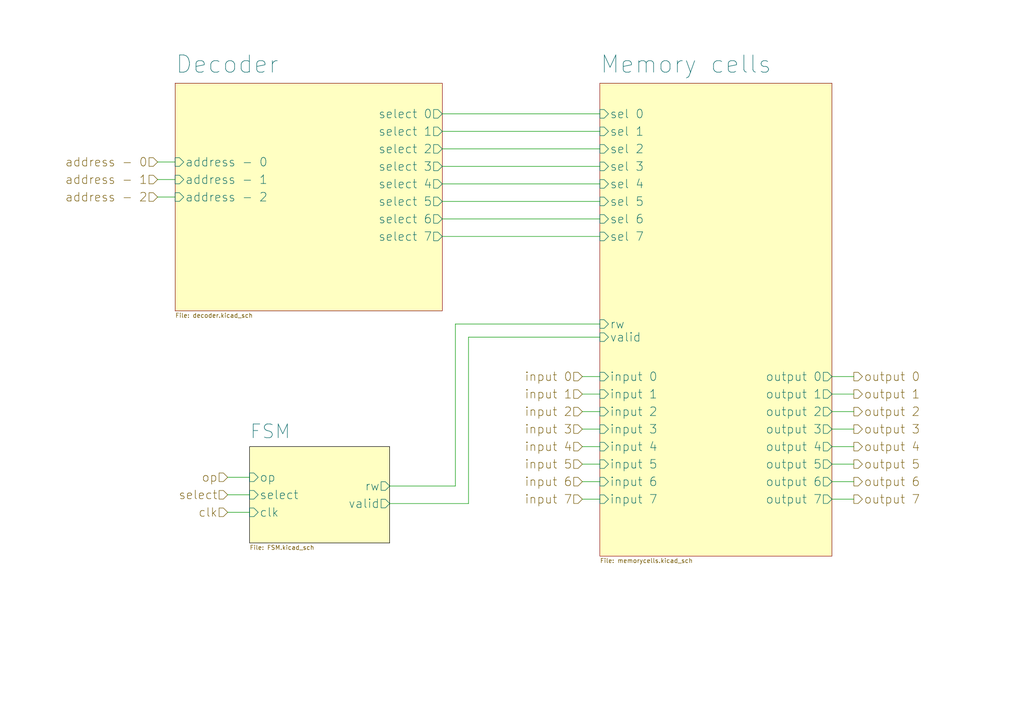
<source format=kicad_sch>
(kicad_sch (version 20230121) (generator eeschema)

  (uuid b5a3a901-500a-4b6c-8057-aea642db800c)

  (paper "A4")

  (lib_symbols
  )


  (wire (pts (xy 45.72 52.07) (xy 50.8 52.07))
    (stroke (width 0) (type default))
    (uuid 07d52da8-81ff-474b-bfbb-4b1e0a9557ac)
  )
  (wire (pts (xy 241.3 134.62) (xy 247.65 134.62))
    (stroke (width 0) (type default))
    (uuid 0dd9115b-b6f8-470e-b67e-bf8cb751845c)
  )
  (wire (pts (xy 113.03 140.97) (xy 132.08 140.97))
    (stroke (width 0) (type default))
    (uuid 14ec7f97-70dc-4349-9125-2e24c4c9d3b3)
  )
  (wire (pts (xy 241.3 139.7) (xy 247.65 139.7))
    (stroke (width 0) (type default))
    (uuid 17722464-da8e-47ca-a45c-4cefe70233c9)
  )
  (wire (pts (xy 241.3 144.78) (xy 247.65 144.78))
    (stroke (width 0) (type default))
    (uuid 1a1198b9-6f2f-414b-b18c-be324fbe15fa)
  )
  (wire (pts (xy 168.91 119.38) (xy 173.99 119.38))
    (stroke (width 0) (type default))
    (uuid 1ccaac8c-e992-4969-b62d-586bd7dda87e)
  )
  (wire (pts (xy 45.72 57.15) (xy 50.8 57.15))
    (stroke (width 0) (type default))
    (uuid 22287349-ddb5-426f-ac77-1d0febc872e2)
  )
  (wire (pts (xy 168.91 109.22) (xy 173.99 109.22))
    (stroke (width 0) (type default))
    (uuid 2bd8ba01-aa54-43ef-8923-1cb1e6ffc7c6)
  )
  (wire (pts (xy 66.04 138.43) (xy 72.39 138.43))
    (stroke (width 0) (type default))
    (uuid 2f79278b-1ab6-4176-9239-6b44e7c39711)
  )
  (wire (pts (xy 132.08 93.98) (xy 173.99 93.98))
    (stroke (width 0) (type default))
    (uuid 30729bdb-f738-4db1-962c-14360f7d7eba)
  )
  (wire (pts (xy 241.3 124.46) (xy 247.65 124.46))
    (stroke (width 0) (type default))
    (uuid 335c0510-6e8e-413a-98b9-f3e1a5602781)
  )
  (wire (pts (xy 241.3 129.54) (xy 247.65 129.54))
    (stroke (width 0) (type default))
    (uuid 46bcb032-375d-49d9-840e-28d832eb4ed3)
  )
  (wire (pts (xy 128.27 33.02) (xy 173.99 33.02))
    (stroke (width 0) (type default))
    (uuid 46c686af-0a7a-4eda-a7d7-c0f0e7c7b11a)
  )
  (wire (pts (xy 128.27 48.26) (xy 173.99 48.26))
    (stroke (width 0) (type default))
    (uuid 51e1217c-8fa1-4db3-bdad-55519914472c)
  )
  (wire (pts (xy 241.3 114.3) (xy 247.65 114.3))
    (stroke (width 0) (type default))
    (uuid 626bd53c-9f42-49eb-86fd-1bf0820da0d7)
  )
  (wire (pts (xy 128.27 43.18) (xy 173.99 43.18))
    (stroke (width 0) (type default))
    (uuid 651e4f39-a103-4c22-b4d6-9011e678621d)
  )
  (wire (pts (xy 128.27 38.1) (xy 173.99 38.1))
    (stroke (width 0) (type default))
    (uuid 760892e8-5b66-4c10-97a9-e1156dd5d643)
  )
  (wire (pts (xy 135.89 97.79) (xy 173.99 97.79))
    (stroke (width 0) (type default))
    (uuid 81cb918b-9d10-490e-a494-f18c3fd60f14)
  )
  (wire (pts (xy 113.03 146.05) (xy 135.89 146.05))
    (stroke (width 0) (type default))
    (uuid 830ac8cf-a721-42e4-b460-815dfa8cc077)
  )
  (wire (pts (xy 168.91 139.7) (xy 173.99 139.7))
    (stroke (width 0) (type default))
    (uuid 84f350f3-c200-42bd-a142-ca18b9e7879c)
  )
  (wire (pts (xy 128.27 53.34) (xy 173.99 53.34))
    (stroke (width 0) (type default))
    (uuid 9f09ae16-02b3-4ef3-971f-02f811978bb0)
  )
  (wire (pts (xy 128.27 58.42) (xy 173.99 58.42))
    (stroke (width 0) (type default))
    (uuid a8d56640-0238-4530-bdd4-d28419c54f25)
  )
  (wire (pts (xy 135.89 146.05) (xy 135.89 97.79))
    (stroke (width 0) (type default))
    (uuid c351c498-3f6d-4037-a160-989f13d03b7e)
  )
  (wire (pts (xy 168.91 144.78) (xy 173.99 144.78))
    (stroke (width 0) (type default))
    (uuid c42dfe19-b4d2-4cde-9ab4-80e6a7d47ac9)
  )
  (wire (pts (xy 128.27 63.5) (xy 173.99 63.5))
    (stroke (width 0) (type default))
    (uuid cc3b729e-c00c-413d-8e20-5bfffab0d2c2)
  )
  (wire (pts (xy 168.91 124.46) (xy 173.99 124.46))
    (stroke (width 0) (type default))
    (uuid daef52d3-654d-4652-917e-ac6d4cce8480)
  )
  (wire (pts (xy 66.04 143.51) (xy 72.39 143.51))
    (stroke (width 0) (type default))
    (uuid dbef67a3-9533-49cd-bdec-262921eab13f)
  )
  (wire (pts (xy 66.04 148.59) (xy 72.39 148.59))
    (stroke (width 0) (type default))
    (uuid dc6e2a8b-9edb-4d8b-8cb5-a16da4b9a0de)
  )
  (wire (pts (xy 168.91 134.62) (xy 173.99 134.62))
    (stroke (width 0) (type default))
    (uuid df0b5834-5410-46be-b227-a5f40fe0ad4d)
  )
  (wire (pts (xy 45.72 46.99) (xy 50.8 46.99))
    (stroke (width 0) (type default))
    (uuid dffa81ab-3a02-4385-95b4-d76ddabe7a30)
  )
  (wire (pts (xy 128.27 68.58) (xy 173.99 68.58))
    (stroke (width 0) (type default))
    (uuid e5a64ca7-74fb-484d-8c83-d1c2d64d1368)
  )
  (wire (pts (xy 132.08 140.97) (xy 132.08 93.98))
    (stroke (width 0) (type default))
    (uuid e710340c-37fa-4efd-b328-7df17018293d)
  )
  (wire (pts (xy 241.3 109.22) (xy 247.65 109.22))
    (stroke (width 0) (type default))
    (uuid e8c115fd-69bd-4003-869f-26723cd60980)
  )
  (wire (pts (xy 168.91 129.54) (xy 173.99 129.54))
    (stroke (width 0) (type default))
    (uuid ebb95101-adbf-47ac-b52f-bb2ff111b394)
  )
  (wire (pts (xy 241.3 119.38) (xy 247.65 119.38))
    (stroke (width 0) (type default))
    (uuid ed971fed-3f34-4c3a-8bbe-627de294f065)
  )
  (wire (pts (xy 168.91 114.3) (xy 173.99 114.3))
    (stroke (width 0) (type default))
    (uuid f391ba8d-c9c3-4916-a704-74b4c53111d2)
  )

  (hierarchical_label "input 7" (shape input) (at 168.91 144.78 180) (fields_autoplaced)
    (effects (font (size 2.5 2.5)) (justify right))
    (uuid 04ebd21e-50dc-4262-9f7d-e066870e0ed0)
  )
  (hierarchical_label "select" (shape input) (at 66.04 143.51 180) (fields_autoplaced)
    (effects (font (size 2.5 2.5)) (justify right))
    (uuid 065e84b5-5922-4bc8-96d5-877fc4b9d31b)
  )
  (hierarchical_label "input 2" (shape input) (at 168.91 119.38 180) (fields_autoplaced)
    (effects (font (size 2.5 2.5)) (justify right))
    (uuid 0cfe1a27-1e89-4713-aa61-9569dfc03fbd)
  )
  (hierarchical_label "output 3" (shape output) (at 247.65 124.46 0) (fields_autoplaced)
    (effects (font (size 2.5 2.5)) (justify left))
    (uuid 1e72d8f0-006a-45eb-a9da-927b2a9d3934)
  )
  (hierarchical_label "input 6" (shape input) (at 168.91 139.7 180) (fields_autoplaced)
    (effects (font (size 2.5 2.5)) (justify right))
    (uuid 223af67b-da84-4334-be63-996f94b46a1f)
  )
  (hierarchical_label "op" (shape input) (at 66.04 138.43 180) (fields_autoplaced)
    (effects (font (size 2.5 2.5)) (justify right))
    (uuid 2e2590ae-d51e-446b-bf5d-1fe40ed9ff60)
  )
  (hierarchical_label "output 1" (shape output) (at 247.65 114.3 0) (fields_autoplaced)
    (effects (font (size 2.5 2.5)) (justify left))
    (uuid 3f83ae01-e840-4cf9-96e3-a18401151428)
  )
  (hierarchical_label "clk" (shape input) (at 66.04 148.59 180) (fields_autoplaced)
    (effects (font (size 2.5 2.5)) (justify right))
    (uuid 64ad220c-fe56-485d-a4a6-df63ef363b53)
  )
  (hierarchical_label "input 1" (shape input) (at 168.91 114.3 180) (fields_autoplaced)
    (effects (font (size 2.5 2.5)) (justify right))
    (uuid 6ffccd20-3c8c-499f-aa1f-b854fa121cff)
  )
  (hierarchical_label "output 2" (shape output) (at 247.65 119.38 0) (fields_autoplaced)
    (effects (font (size 2.5 2.5)) (justify left))
    (uuid 740219c2-6971-4e4e-ae7b-9e2e350c9fd1)
  )
  (hierarchical_label "address - 0" (shape input) (at 45.72 46.99 180) (fields_autoplaced)
    (effects (font (size 2.5 2.5)) (justify right))
    (uuid 9fd6d165-070b-4b15-9acf-de210d1cfdad)
  )
  (hierarchical_label "address - 2" (shape input) (at 45.72 57.15 180) (fields_autoplaced)
    (effects (font (size 2.5 2.5)) (justify right))
    (uuid a474b011-5de3-4142-aae7-cf3c5261193a)
  )
  (hierarchical_label "input 0" (shape input) (at 168.91 109.22 180) (fields_autoplaced)
    (effects (font (size 2.5 2.5)) (justify right))
    (uuid a6238b3f-ed78-4fb9-ad55-3113ce19a41e)
  )
  (hierarchical_label "output 5" (shape output) (at 247.65 134.62 0) (fields_autoplaced)
    (effects (font (size 2.5 2.5)) (justify left))
    (uuid ac27e73a-f462-4e59-94eb-8aa63c4cda98)
  )
  (hierarchical_label "output 0" (shape output) (at 247.65 109.22 0) (fields_autoplaced)
    (effects (font (size 2.5 2.5)) (justify left))
    (uuid b1f54117-3555-43ae-9932-b57bb21cfb65)
  )
  (hierarchical_label "input 3" (shape input) (at 168.91 124.46 180) (fields_autoplaced)
    (effects (font (size 2.5 2.5)) (justify right))
    (uuid b9713f09-bec2-49ba-8d51-dc3f24e44732)
  )
  (hierarchical_label "address - 1" (shape input) (at 45.72 52.07 180) (fields_autoplaced)
    (effects (font (size 2.5 2.5)) (justify right))
    (uuid baa75cf8-bf2d-4b69-9b54-ae3c5aecf0b2)
  )
  (hierarchical_label "output 6" (shape output) (at 247.65 139.7 0) (fields_autoplaced)
    (effects (font (size 2.5 2.5)) (justify left))
    (uuid c8858156-d692-435b-bea5-b3ad4e12e45e)
  )
  (hierarchical_label "input 5" (shape input) (at 168.91 134.62 180) (fields_autoplaced)
    (effects (font (size 2.5 2.5)) (justify right))
    (uuid cbfd9e76-b6c6-4c1e-90cb-03c6a937afd7)
  )
  (hierarchical_label "output 4" (shape output) (at 247.65 129.54 0) (fields_autoplaced)
    (effects (font (size 2.5 2.5)) (justify left))
    (uuid d5a906aa-8d4d-4b15-8696-3db160c31b21)
  )
  (hierarchical_label "input 4" (shape input) (at 168.91 129.54 180) (fields_autoplaced)
    (effects (font (size 2.5 2.5)) (justify right))
    (uuid defa40ef-e8c4-49d0-abcc-13fa78b89d29)
  )
  (hierarchical_label "output 7" (shape output) (at 247.65 144.78 0) (fields_autoplaced)
    (effects (font (size 2.5 2.5)) (justify left))
    (uuid eede6a09-6150-4067-bb98-29790faf8523)
  )

  (sheet (at 173.99 24.13) (size 67.31 137.16) (fields_autoplaced)
    (stroke (width 0.1524) (type solid))
    (fill (color 255 255 194 1.0000))
    (uuid 194778c0-121d-4470-a5db-da664793653b)
    (property "Sheetname" "Memory cells" (at 173.99 21.5534 0)
      (effects (font (size 5 5)) (justify left bottom))
    )
    (property "Sheetfile" "memorycells.kicad_sch" (at 173.99 161.8746 0)
      (effects (font (size 1.27 1.27)) (justify left top))
    )
    (pin "sel 0" input (at 173.99 33.02 180)
      (effects (font (size 2.5 2.5)) (justify left))
      (uuid faf3b64d-2d66-49d3-acf4-f1c7e58bf598)
    )
    (pin "sel 1" input (at 173.99 38.1 180)
      (effects (font (size 2.5 2.5)) (justify left))
      (uuid af116338-739f-401c-b9b3-8e32c632c30b)
    )
    (pin "sel 7" input (at 173.99 68.58 180)
      (effects (font (size 2.5 2.5)) (justify left))
      (uuid 850c02dc-d3ae-40e3-8982-da5e7c8a67f4)
    )
    (pin "rw" input (at 173.99 93.98 180)
      (effects (font (size 2.5 2.5)) (justify left))
      (uuid 3fff198d-a4cd-4698-b5d7-f7b449aced2e)
    )
    (pin "sel 2" input (at 173.99 43.18 180)
      (effects (font (size 2.5 2.5)) (justify left))
      (uuid e8bc5699-96e8-46dc-a388-e20cfd0f2e0b)
    )
    (pin "sel 3" input (at 173.99 48.26 180)
      (effects (font (size 2.5 2.5)) (justify left))
      (uuid 0add1319-cf67-4d7a-8ac6-346535f707bc)
    )
    (pin "sel 6" input (at 173.99 63.5 180)
      (effects (font (size 2.5 2.5)) (justify left))
      (uuid f9dba2b4-4d1e-4c17-b60e-d8916395cc7c)
    )
    (pin "sel 5" input (at 173.99 58.42 180)
      (effects (font (size 2.5 2.5)) (justify left))
      (uuid 00778a17-2e16-4cfc-9ae6-6a15fabd37e7)
    )
    (pin "sel 4" input (at 173.99 53.34 180)
      (effects (font (size 2.5 2.5)) (justify left))
      (uuid 28cf402d-a1fd-4f2d-b520-21564419aa25)
    )
    (pin "valid" input (at 173.99 97.79 180)
      (effects (font (size 2.5 2.5)) (justify left))
      (uuid 4134fd06-18bd-44b3-aecc-3e3b9e6e453e)
    )
    (pin "input 1" input (at 173.99 114.3 180)
      (effects (font (size 2.5 2.5)) (justify left))
      (uuid 750ceca9-97e9-4ae4-9fa5-5b6d867605dd)
    )
    (pin "input 7" input (at 173.99 144.78 180)
      (effects (font (size 2.5 2.5)) (justify left))
      (uuid a746450a-e33b-45b9-9a3c-f633b68763e0)
    )
    (pin "input 2" input (at 173.99 119.38 180)
      (effects (font (size 2.5 2.5)) (justify left))
      (uuid 48c860c7-c951-4c49-9406-0013b040b284)
    )
    (pin "input 0" input (at 173.99 109.22 180)
      (effects (font (size 2.5 2.5)) (justify left))
      (uuid 0c21a3fe-8838-4ecc-af25-8464170d4eee)
    )
    (pin "input 4" input (at 173.99 129.54 180)
      (effects (font (size 2.5 2.5)) (justify left))
      (uuid 3a48b929-c828-4fb7-a6a9-2e7adba6c820)
    )
    (pin "input 3" input (at 173.99 124.46 180)
      (effects (font (size 2.5 2.5)) (justify left))
      (uuid ce3e2ec2-a743-480b-81cb-a25858e69903)
    )
    (pin "input 5" input (at 173.99 134.62 180)
      (effects (font (size 2.5 2.5)) (justify left))
      (uuid 2233e68e-c9d4-4f80-804c-f1a1808b9e34)
    )
    (pin "input 6" input (at 173.99 139.7 180)
      (effects (font (size 2.5 2.5)) (justify left))
      (uuid 6abf7e7b-9261-4df6-a1b0-46a3a1dd5ad4)
    )
    (pin "output 1" output (at 241.3 114.3 0)
      (effects (font (size 2.5 2.5)) (justify right))
      (uuid eb5f1a43-e4f3-40dc-bed0-c5fb2f93e71e)
    )
    (pin "output 2" output (at 241.3 119.38 0)
      (effects (font (size 2.5 2.5)) (justify right))
      (uuid b55e442d-5356-495d-b4ee-c74d35aaf899)
    )
    (pin "output 5" output (at 241.3 134.62 0)
      (effects (font (size 2.5 2.5)) (justify right))
      (uuid f1e095c4-7898-48a0-bf29-facc2dd23203)
    )
    (pin "output 3" output (at 241.3 124.46 0)
      (effects (font (size 2.5 2.5)) (justify right))
      (uuid 548543d3-ebc5-40ca-95e7-4fe6a8659cd9)
    )
    (pin "output 4" output (at 241.3 129.54 0)
      (effects (font (size 2.5 2.5)) (justify right))
      (uuid 255edc0f-38ab-4b9b-8eab-20cdcf2fb69e)
    )
    (pin "output 7" output (at 241.3 144.78 0)
      (effects (font (size 2.5 2.5)) (justify right))
      (uuid 2c9faf85-6611-4259-8c58-c7faa9a9cd25)
    )
    (pin "output 6" output (at 241.3 139.7 0)
      (effects (font (size 2.5 2.5)) (justify right))
      (uuid c154dd1d-c6b2-4b51-866f-a00f07341a61)
    )
    (pin "output 0" output (at 241.3 109.22 0)
      (effects (font (size 2.5 2.5)) (justify right))
      (uuid eacabff4-5fdf-4ba6-9b23-5ec7af650dac)
    )
    (instances
      (project "scheme"
        (path "/e68ef4a4-ecbb-47e0-a4bb-374efe814026/6ca7316f-95d4-4f12-9f1b-d33c49389fbd" (page "4"))
      )
    )
  )

  (sheet (at 50.8 24.13) (size 77.47 66.04) (fields_autoplaced)
    (stroke (width 0.1524) (type solid))
    (fill (color 255 255 194 1.0000))
    (uuid 8e14bc84-a656-4ab8-b516-259f2a2dea0b)
    (property "Sheetname" "Decoder" (at 50.8 21.5534 0)
      (effects (font (size 5 5)) (justify left bottom))
    )
    (property "Sheetfile" "decoder.kicad_sch" (at 50.8 90.7546 0)
      (effects (font (size 1.27 1.27)) (justify left top))
    )
    (pin "address - 0" input (at 50.8 46.99 180)
      (effects (font (size 2.5 2.5)) (justify left))
      (uuid 3d22a2cc-5dc1-4f8e-9584-f50fd03cfdfb)
    )
    (pin "address - 1" input (at 50.8 52.07 180)
      (effects (font (size 2.5 2.5)) (justify left))
      (uuid d9132941-dd35-4824-8e72-700dac0276aa)
    )
    (pin "address - 2" input (at 50.8 57.15 180)
      (effects (font (size 2.5 2.5)) (justify left))
      (uuid 23ec3cff-52d0-4bfa-b32e-564f4e60e26f)
    )
    (pin "select 4" output (at 128.27 53.34 0)
      (effects (font (size 2.5 2.5)) (justify right))
      (uuid cfc4938a-0558-4d3b-8d48-cb8c59d5eafe)
    )
    (pin "select 5" output (at 128.27 58.42 0)
      (effects (font (size 2.5 2.5)) (justify right))
      (uuid 22c56f71-aa12-4472-9764-fbab4193da38)
    )
    (pin "select 6" output (at 128.27 63.5 0)
      (effects (font (size 2.5 2.5)) (justify right))
      (uuid 871afb6b-c407-49db-9847-a8c7bd66801d)
    )
    (pin "select 3" output (at 128.27 48.26 0)
      (effects (font (size 2.5 2.5)) (justify right))
      (uuid 0bd99bb3-450f-4a34-87e6-8f712f12dd67)
    )
    (pin "select 2" output (at 128.27 43.18 0)
      (effects (font (size 2.5 2.5)) (justify right))
      (uuid 6b4aace7-1142-410c-88c3-dafb445047fe)
    )
    (pin "select 7" output (at 128.27 68.58 0)
      (effects (font (size 2.5 2.5)) (justify right))
      (uuid 67a4273d-8060-4781-92c1-f104927fc49d)
    )
    (pin "select 1" output (at 128.27 38.1 0)
      (effects (font (size 2.5 2.5)) (justify right))
      (uuid 11a97d2e-4c06-4470-9a2e-60237d3eb86e)
    )
    (pin "select 0" output (at 128.27 33.02 0)
      (effects (font (size 2.5 2.5)) (justify right))
      (uuid 4e371fac-cb5f-49e2-a945-a289c08202ae)
    )
    (instances
      (project "scheme"
        (path "/e68ef4a4-ecbb-47e0-a4bb-374efe814026/6ca7316f-95d4-4f12-9f1b-d33c49389fbd" (page "3"))
      )
    )
  )

  (sheet (at 72.39 129.54) (size 40.64 27.94) (fields_autoplaced)
    (stroke (width 0.1524) (type solid) (color 0 0 0 1))
    (fill (color 255 255 194 1.0000))
    (uuid 93bf3f37-f617-4895-8348-720df0926394)
    (property "Sheetname" "FSM" (at 72.39 127.4634 0)
      (effects (font (size 4 4)) (justify left bottom))
    )
    (property "Sheetfile" "FSM.kicad_sch" (at 72.39 158.0646 0)
      (effects (font (size 1.27 1.27)) (justify left top))
    )
    (pin "op" input (at 72.39 138.43 180)
      (effects (font (size 2.5 2.5)) (justify left))
      (uuid 4aeea873-96b5-4694-a412-b8a904aca6f0)
    )
    (pin "select" input (at 72.39 143.51 180)
      (effects (font (size 2.5 2.5)) (justify left))
      (uuid 7c47857e-42fb-434f-94e5-eb7a7a7cb52a)
    )
    (pin "rw" output (at 113.03 140.97 0)
      (effects (font (size 2.5 2.5)) (justify right))
      (uuid 1bf602af-869a-431f-bf57-3254eb131f2a)
    )
    (pin "valid" output (at 113.03 146.05 0)
      (effects (font (size 2.5 2.5)) (justify right))
      (uuid 0240b1c3-6cf8-46ea-b7df-0f489989137f)
    )
    (pin "clk" input (at 72.39 148.59 180)
      (effects (font (size 2.5 2.5)) (justify left))
      (uuid b49f1b71-8e0f-4ca6-b431-5982edc8bf27)
    )
    (instances
      (project "scheme"
        (path "/e68ef4a4-ecbb-47e0-a4bb-374efe814026/6ca7316f-95d4-4f12-9f1b-d33c49389fbd" (page "78"))
      )
    )
  )
)

</source>
